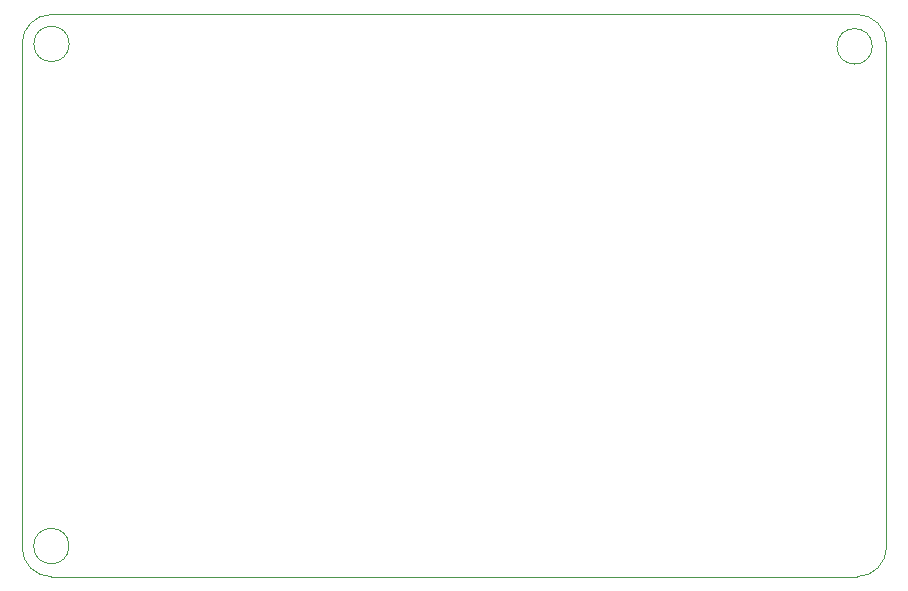
<source format=gbr>
%TF.GenerationSoftware,KiCad,Pcbnew,9.0.7*%
%TF.CreationDate,2026-02-04T13:14:24-08:00*%
%TF.ProjectId,BasicDatalogger,42617369-6344-4617-9461-6c6f67676572,rev?*%
%TF.SameCoordinates,Original*%
%TF.FileFunction,Profile,NP*%
%FSLAX46Y46*%
G04 Gerber Fmt 4.6, Leading zero omitted, Abs format (unit mm)*
G04 Created by KiCad (PCBNEW 9.0.7) date 2026-02-04 13:14:24*
%MOMM*%
%LPD*%
G01*
G04 APERTURE LIST*
%TA.AperFunction,Profile*%
%ADD10C,0.050000*%
%TD*%
G04 APERTURE END LIST*
D10*
X73400000Y-31800000D02*
G75*
G02*
X75900000Y-29300000I2500000J0D01*
G01*
X146600000Y-74400000D02*
G75*
G02*
X144100000Y-76900000I-2500000J0D01*
G01*
X73400000Y-74400000D02*
X73400000Y-31800000D01*
X144100000Y-76900000D02*
X75900000Y-76900000D01*
X146600000Y-31800000D02*
X146600000Y-74400000D01*
X145400000Y-32000000D02*
G75*
G02*
X142400000Y-32000000I-1500000J0D01*
G01*
X142400000Y-32000000D02*
G75*
G02*
X145400000Y-32000000I1500000J0D01*
G01*
X144100000Y-29300000D02*
G75*
G02*
X146600000Y-31800000I0J-2500000D01*
G01*
X75900000Y-76900000D02*
G75*
G02*
X73400000Y-74400000I0J2500000D01*
G01*
X77400000Y-31800000D02*
G75*
G02*
X74400000Y-31800000I-1500000J0D01*
G01*
X74400000Y-31800000D02*
G75*
G02*
X77400000Y-31800000I1500000J0D01*
G01*
X77388902Y-74310797D02*
G75*
G02*
X74388902Y-74310797I-1500000J0D01*
G01*
X74388902Y-74310797D02*
G75*
G02*
X77388902Y-74310797I1500000J0D01*
G01*
X75900000Y-29300000D02*
X144100000Y-29300000D01*
M02*

</source>
